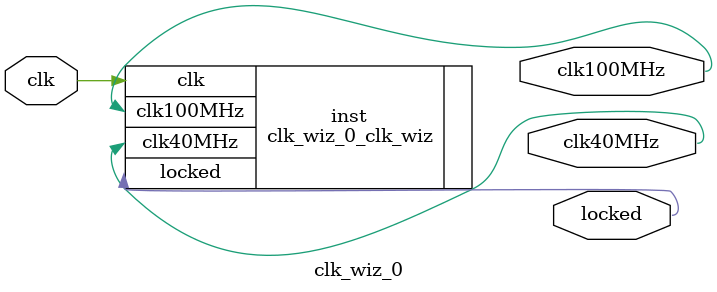
<source format=v>


`timescale 1ps/1ps

(* CORE_GENERATION_INFO = "clk_wiz_0,clk_wiz_v6_0_9_0_0,{component_name=clk_wiz_0,use_phase_alignment=true,use_min_o_jitter=false,use_max_i_jitter=false,use_dyn_phase_shift=false,use_inclk_switchover=false,use_dyn_reconfig=false,enable_axi=0,feedback_source=FDBK_AUTO,PRIMITIVE=MMCM,num_out_clk=2,clkin1_period=10.000,clkin2_period=10.000,use_power_down=false,use_reset=false,use_locked=true,use_inclk_stopped=false,feedback_type=SINGLE,CLOCK_MGR_TYPE=NA,manual_override=false}" *)

module clk_wiz_0 
 (
  // Clock out ports
  output        clk100MHz,
  output        clk40MHz,
  // Status and control signals
  output        locked,
 // Clock in ports
  input         clk
 );

  clk_wiz_0_clk_wiz inst
  (
  // Clock out ports  
  .clk100MHz(clk100MHz),
  .clk40MHz(clk40MHz),
  // Status and control signals               
  .locked(locked),
 // Clock in ports
  .clk(clk)
  );

endmodule

</source>
